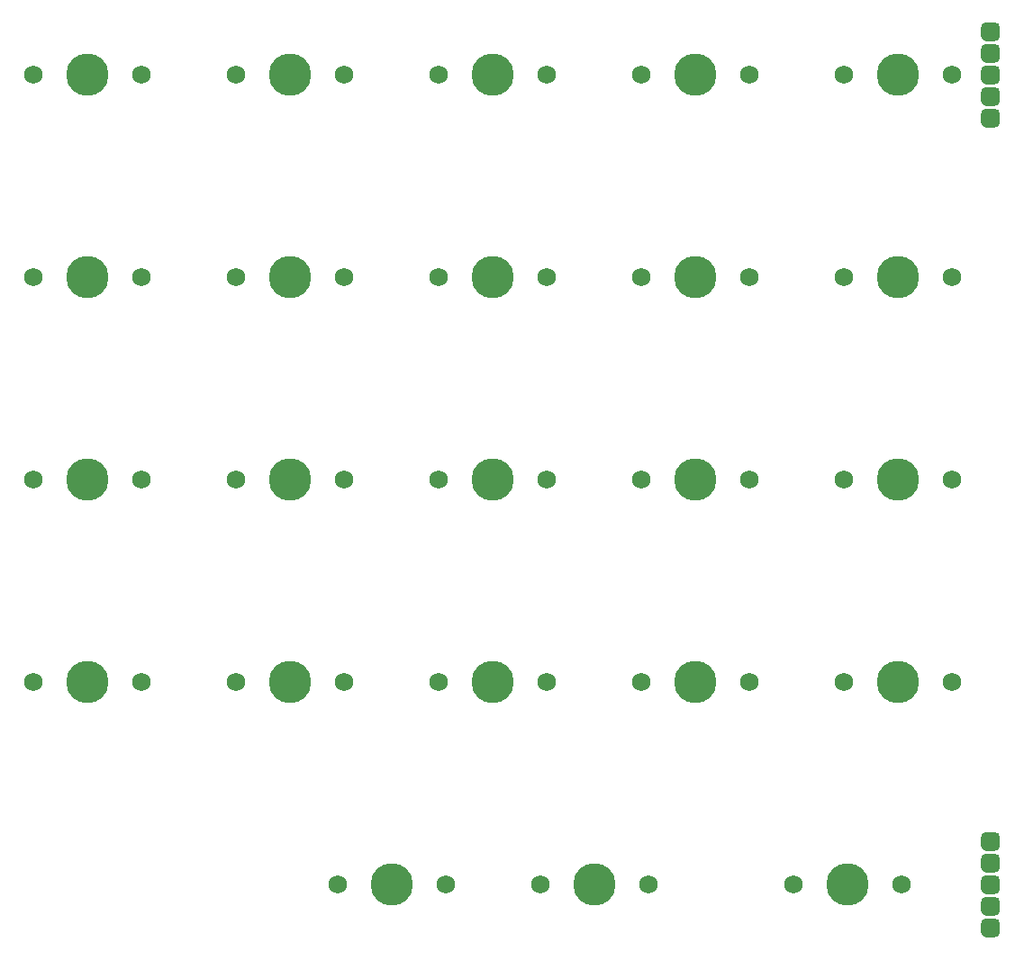
<source format=gts>
%TF.GenerationSoftware,KiCad,Pcbnew,(5.1.12)-1*%
%TF.CreationDate,2022-01-03T15:11:15-05:00*%
%TF.ProjectId,my-keeb-type-c-modular-1,6d792d6b-6565-4622-9d74-7970652d632d,rev?*%
%TF.SameCoordinates,Original*%
%TF.FileFunction,Soldermask,Top*%
%TF.FilePolarity,Negative*%
%FSLAX46Y46*%
G04 Gerber Fmt 4.6, Leading zero omitted, Abs format (unit mm)*
G04 Created by KiCad (PCBNEW (5.1.12)-1) date 2022-01-03 15:11:15*
%MOMM*%
%LPD*%
G01*
G04 APERTURE LIST*
%ADD10C,1.750000*%
%ADD11C,3.987800*%
G04 APERTURE END LIST*
%TO.C,M2*%
G36*
G01*
X116700300Y-110813850D02*
X116700300Y-111690150D01*
G75*
G02*
X116262150Y-112128300I-438150J0D01*
G01*
X115385850Y-112128300D01*
G75*
G02*
X114947700Y-111690150I0J438150D01*
G01*
X114947700Y-110813850D01*
G75*
G02*
X115385850Y-110375700I438150J0D01*
G01*
X116262150Y-110375700D01*
G75*
G02*
X116700300Y-110813850I0J-438150D01*
G01*
G37*
G36*
G01*
X116700300Y-108781850D02*
X116700300Y-109658150D01*
G75*
G02*
X116262150Y-110096300I-438150J0D01*
G01*
X115385850Y-110096300D01*
G75*
G02*
X114947700Y-109658150I0J438150D01*
G01*
X114947700Y-108781850D01*
G75*
G02*
X115385850Y-108343700I438150J0D01*
G01*
X116262150Y-108343700D01*
G75*
G02*
X116700300Y-108781850I0J-438150D01*
G01*
G37*
G36*
G01*
X116700300Y-106749850D02*
X116700300Y-107626150D01*
G75*
G02*
X116262150Y-108064300I-438150J0D01*
G01*
X115385850Y-108064300D01*
G75*
G02*
X114947700Y-107626150I0J438150D01*
G01*
X114947700Y-106749850D01*
G75*
G02*
X115385850Y-106311700I438150J0D01*
G01*
X116262150Y-106311700D01*
G75*
G02*
X116700300Y-106749850I0J-438150D01*
G01*
G37*
G36*
G01*
X116700300Y-104717850D02*
X116700300Y-105594150D01*
G75*
G02*
X116262150Y-106032300I-438150J0D01*
G01*
X115385850Y-106032300D01*
G75*
G02*
X114947700Y-105594150I0J438150D01*
G01*
X114947700Y-104717850D01*
G75*
G02*
X115385850Y-104279700I438150J0D01*
G01*
X116262150Y-104279700D01*
G75*
G02*
X116700300Y-104717850I0J-438150D01*
G01*
G37*
G36*
G01*
X116700300Y-102685850D02*
X116700300Y-103562150D01*
G75*
G02*
X116262150Y-104000300I-438150J0D01*
G01*
X115385850Y-104000300D01*
G75*
G02*
X114947700Y-103562150I0J438150D01*
G01*
X114947700Y-102685850D01*
G75*
G02*
X115385850Y-102247700I438150J0D01*
G01*
X116262150Y-102247700D01*
G75*
G02*
X116700300Y-102685850I0J-438150D01*
G01*
G37*
%TD*%
%TO.C,M1*%
G36*
G01*
X114947700Y-35490150D02*
X114947700Y-34613850D01*
G75*
G02*
X115385850Y-34175700I438150J0D01*
G01*
X116262150Y-34175700D01*
G75*
G02*
X116700300Y-34613850I0J-438150D01*
G01*
X116700300Y-35490150D01*
G75*
G02*
X116262150Y-35928300I-438150J0D01*
G01*
X115385850Y-35928300D01*
G75*
G02*
X114947700Y-35490150I0J438150D01*
G01*
G37*
G36*
G01*
X114947700Y-33458150D02*
X114947700Y-32581850D01*
G75*
G02*
X115385850Y-32143700I438150J0D01*
G01*
X116262150Y-32143700D01*
G75*
G02*
X116700300Y-32581850I0J-438150D01*
G01*
X116700300Y-33458150D01*
G75*
G02*
X116262150Y-33896300I-438150J0D01*
G01*
X115385850Y-33896300D01*
G75*
G02*
X114947700Y-33458150I0J438150D01*
G01*
G37*
G36*
G01*
X114947700Y-31426150D02*
X114947700Y-30549850D01*
G75*
G02*
X115385850Y-30111700I438150J0D01*
G01*
X116262150Y-30111700D01*
G75*
G02*
X116700300Y-30549850I0J-438150D01*
G01*
X116700300Y-31426150D01*
G75*
G02*
X116262150Y-31864300I-438150J0D01*
G01*
X115385850Y-31864300D01*
G75*
G02*
X114947700Y-31426150I0J438150D01*
G01*
G37*
G36*
G01*
X114947700Y-29394150D02*
X114947700Y-28517850D01*
G75*
G02*
X115385850Y-28079700I438150J0D01*
G01*
X116262150Y-28079700D01*
G75*
G02*
X116700300Y-28517850I0J-438150D01*
G01*
X116700300Y-29394150D01*
G75*
G02*
X116262150Y-29832300I-438150J0D01*
G01*
X115385850Y-29832300D01*
G75*
G02*
X114947700Y-29394150I0J438150D01*
G01*
G37*
G36*
G01*
X114947700Y-27362150D02*
X114947700Y-26485850D01*
G75*
G02*
X115385850Y-26047700I438150J0D01*
G01*
X116262150Y-26047700D01*
G75*
G02*
X116700300Y-26485850I0J-438150D01*
G01*
X116700300Y-27362150D01*
G75*
G02*
X116262150Y-27800300I-438150J0D01*
G01*
X115385850Y-27800300D01*
G75*
G02*
X114947700Y-27362150I0J438150D01*
G01*
G37*
%TD*%
D10*
%TO.C,MX19*%
X112236250Y-30956250D03*
X102076250Y-30956250D03*
D11*
X107156250Y-30956250D03*
%TD*%
D10*
%TO.C,MX18*%
X83661250Y-107156250D03*
X73501250Y-107156250D03*
D11*
X78581250Y-107156250D03*
%TD*%
D10*
%TO.C,MX23*%
X107473750Y-107156250D03*
X97313750Y-107156250D03*
D11*
X102393750Y-107156250D03*
%TD*%
D10*
%TO.C,MX22*%
X112236250Y-88106250D03*
X102076250Y-88106250D03*
D11*
X107156250Y-88106250D03*
%TD*%
D10*
%TO.C,MX21*%
X112236250Y-69056250D03*
X102076250Y-69056250D03*
D11*
X107156250Y-69056250D03*
%TD*%
D10*
%TO.C,MX20*%
X112236250Y-50006250D03*
X102076250Y-50006250D03*
D11*
X107156250Y-50006250D03*
%TD*%
D10*
%TO.C,MX17*%
X93186250Y-88106250D03*
X83026250Y-88106250D03*
D11*
X88106250Y-88106250D03*
%TD*%
D10*
%TO.C,MX16*%
X93186250Y-69056250D03*
X83026250Y-69056250D03*
D11*
X88106250Y-69056250D03*
%TD*%
D10*
%TO.C,MX15*%
X93186250Y-50006250D03*
X83026250Y-50006250D03*
D11*
X88106250Y-50006250D03*
%TD*%
D10*
%TO.C,MX14*%
X93186250Y-30956250D03*
X83026250Y-30956250D03*
D11*
X88106250Y-30956250D03*
%TD*%
D10*
%TO.C,MX13*%
X64611250Y-107156250D03*
X54451250Y-107156250D03*
D11*
X59531250Y-107156250D03*
%TD*%
D10*
%TO.C,MX12*%
X74136250Y-88106250D03*
X63976250Y-88106250D03*
D11*
X69056250Y-88106250D03*
%TD*%
D10*
%TO.C,MX11*%
X74136250Y-69056250D03*
X63976250Y-69056250D03*
D11*
X69056250Y-69056250D03*
%TD*%
D10*
%TO.C,MX10*%
X74136250Y-50006250D03*
X63976250Y-50006250D03*
D11*
X69056250Y-50006250D03*
%TD*%
D10*
%TO.C,MX9*%
X74136250Y-30956250D03*
X63976250Y-30956250D03*
D11*
X69056250Y-30956250D03*
%TD*%
D10*
%TO.C,MX8*%
X55086250Y-88106250D03*
X44926250Y-88106250D03*
D11*
X50006250Y-88106250D03*
%TD*%
D10*
%TO.C,MX7*%
X55086250Y-69056250D03*
X44926250Y-69056250D03*
D11*
X50006250Y-69056250D03*
%TD*%
D10*
%TO.C,MX6*%
X55086250Y-50006250D03*
X44926250Y-50006250D03*
D11*
X50006250Y-50006250D03*
%TD*%
D10*
%TO.C,MX5*%
X55086250Y-30956250D03*
X44926250Y-30956250D03*
D11*
X50006250Y-30956250D03*
%TD*%
D10*
%TO.C,MX4*%
X36036250Y-88106250D03*
X25876250Y-88106250D03*
D11*
X30956250Y-88106250D03*
%TD*%
D10*
%TO.C,MX3*%
X36036250Y-69056250D03*
X25876250Y-69056250D03*
D11*
X30956250Y-69056250D03*
%TD*%
D10*
%TO.C,MX2*%
X36036250Y-50006250D03*
X25876250Y-50006250D03*
D11*
X30956250Y-50006250D03*
%TD*%
D10*
%TO.C,MX1*%
X36036250Y-30956250D03*
X25876250Y-30956250D03*
D11*
X30956250Y-30956250D03*
%TD*%
M02*

</source>
